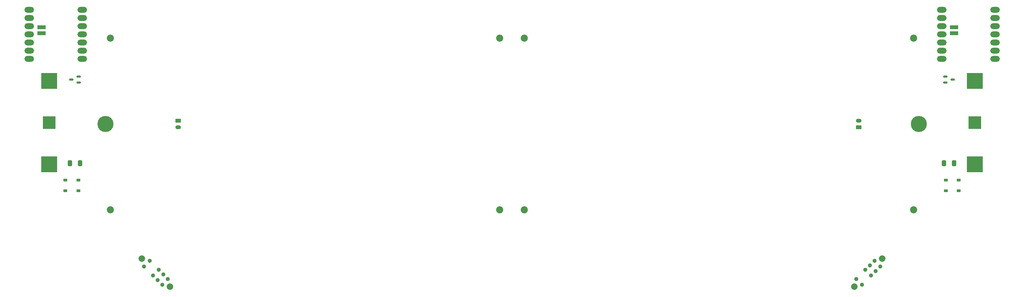
<source format=gbr>
%TF.GenerationSoftware,KiCad,Pcbnew,7.0.9*%
%TF.CreationDate,2024-05-10T01:24:36+09:00*%
%TF.ProjectId,L4,4c342e6b-6963-4616-945f-706362585858,rev?*%
%TF.SameCoordinates,Original*%
%TF.FileFunction,Soldermask,Top*%
%TF.FilePolarity,Negative*%
%FSLAX46Y46*%
G04 Gerber Fmt 4.6, Leading zero omitted, Abs format (unit mm)*
G04 Created by KiCad (PCBNEW 7.0.9) date 2024-05-10 01:24:36*
%MOMM*%
%LPD*%
G01*
G04 APERTURE LIST*
G04 Aperture macros list*
%AMRoundRect*
0 Rectangle with rounded corners*
0 $1 Rounding radius*
0 $2 $3 $4 $5 $6 $7 $8 $9 X,Y pos of 4 corners*
0 Add a 4 corners polygon primitive as box body*
4,1,4,$2,$3,$4,$5,$6,$7,$8,$9,$2,$3,0*
0 Add four circle primitives for the rounded corners*
1,1,$1+$1,$2,$3*
1,1,$1+$1,$4,$5*
1,1,$1+$1,$6,$7*
1,1,$1+$1,$8,$9*
0 Add four rect primitives between the rounded corners*
20,1,$1+$1,$2,$3,$4,$5,0*
20,1,$1+$1,$4,$5,$6,$7,0*
20,1,$1+$1,$6,$7,$8,$9,0*
20,1,$1+$1,$8,$9,$2,$3,0*%
G04 Aperture macros list end*
%ADD10RoundRect,0.225000X-0.375000X0.225000X-0.375000X-0.225000X0.375000X-0.225000X0.375000X0.225000X0*%
%ADD11C,5.000000*%
%ADD12C,2.200000*%
%ADD13C,2.000000*%
%ADD14C,1.300000*%
%ADD15RoundRect,0.150000X0.512500X0.150000X-0.512500X0.150000X-0.512500X-0.150000X0.512500X-0.150000X0*%
%ADD16RoundRect,0.250000X-0.412500X-0.650000X0.412500X-0.650000X0.412500X0.650000X-0.412500X0.650000X0*%
%ADD17RoundRect,0.250000X0.412500X0.650000X-0.412500X0.650000X-0.412500X-0.650000X0.412500X-0.650000X0*%
%ADD18RoundRect,0.150000X-0.512500X-0.150000X0.512500X-0.150000X0.512500X0.150000X-0.512500X0.150000X0*%
%ADD19R,5.000000X5.000000*%
%ADD20R,4.000000X4.000000*%
%ADD21O,3.000000X1.800000*%
%ADD22R,2.500000X1.250000*%
%ADD23RoundRect,0.250000X-0.625000X0.350000X-0.625000X-0.350000X0.625000X-0.350000X0.625000X0.350000X0*%
%ADD24O,1.750000X1.200000*%
%ADD25RoundRect,0.250000X0.625000X-0.350000X0.625000X0.350000X-0.625000X0.350000X-0.625000X-0.350000X0*%
G04 APERTURE END LIST*
D10*
%TO.C,D27*%
X349675000Y-150825000D03*
X349675000Y-154125000D03*
%TD*%
%TO.C,D55*%
X80855000Y-150825000D03*
X80855000Y-154125000D03*
%TD*%
%TO.C,D28*%
X353675000Y-150825000D03*
X353675000Y-154125000D03*
%TD*%
D11*
%TO.C,REF\u002A\u002A*%
X89217500Y-133350000D03*
%TD*%
D12*
%TO.C,REF\u002A\u002A*%
X219075000Y-160020000D03*
%TD*%
%TO.C,REF\u002A\u002A*%
X211455000Y-106680000D03*
%TD*%
D13*
%TO.C,SW27*%
X321290176Y-183937590D03*
X329987590Y-175240176D03*
D14*
X327583427Y-175876572D03*
X326169213Y-177290786D03*
X324755000Y-178705000D03*
X321926572Y-181533427D03*
X329351194Y-177644339D03*
X327936980Y-179058553D03*
X326522766Y-180472766D03*
X323694339Y-183301194D03*
%TD*%
D15*
%TO.C,Q2*%
X80992500Y-120525000D03*
X80992500Y-118625000D03*
X78717500Y-119575000D03*
%TD*%
D16*
%TO.C,C1*%
X349112500Y-145575000D03*
X352237500Y-145575000D03*
%TD*%
D17*
%TO.C,C2*%
X81417500Y-145575000D03*
X78292500Y-145575000D03*
%TD*%
D12*
%TO.C,REF\u002A\u002A*%
X219075000Y-106680000D03*
%TD*%
D10*
%TO.C,D56*%
X76855000Y-150825000D03*
X76855000Y-154125000D03*
%TD*%
D18*
%TO.C,Q1*%
X349537500Y-118625000D03*
X349537500Y-120525000D03*
X351812500Y-119575000D03*
%TD*%
D13*
%TO.C,SW54*%
X100542410Y-175240176D03*
X109239824Y-183937590D03*
D14*
X108603428Y-181533427D03*
X107189214Y-180119213D03*
X105775000Y-178705000D03*
X102946573Y-175876572D03*
X106835661Y-183301194D03*
X105421447Y-181886980D03*
X104007234Y-180472766D03*
X101178806Y-177644339D03*
%TD*%
D12*
%TO.C,REF\u002A\u002A*%
X339725000Y-160020000D03*
%TD*%
D19*
%TO.C,BT2*%
X358675000Y-120025000D03*
X358675000Y-145925000D03*
D20*
X358675000Y-132975000D03*
%TD*%
D12*
%TO.C,REF\u002A\u002A*%
X90805000Y-106680000D03*
%TD*%
%TO.C,REF\u002A\u002A*%
X90805000Y-160020000D03*
%TD*%
%TO.C,REF\u002A\u002A*%
X211455000Y-160020000D03*
%TD*%
D19*
%TO.C,BT4*%
X71855000Y-120025000D03*
X71855000Y-145925000D03*
D20*
X71855000Y-132975000D03*
%TD*%
D12*
%TO.C,REF\u002A\u002A*%
X339725000Y-106680000D03*
%TD*%
D11*
%TO.C,REF\u002A\u002A*%
X341312500Y-133350000D03*
%TD*%
D21*
%TO.C,U2*%
X65635000Y-97912000D03*
X65635000Y-100452000D03*
X65635000Y-102992000D03*
X65635000Y-105532000D03*
X65635000Y-108072000D03*
X65635000Y-110612000D03*
X65635000Y-113152000D03*
X82075000Y-113152000D03*
X82075000Y-110612000D03*
X82075000Y-108072000D03*
X82075000Y-105532000D03*
X82075000Y-102992000D03*
X82075000Y-100452000D03*
X82075000Y-97912000D03*
D22*
X69410000Y-103310000D03*
X69410000Y-105215000D03*
%TD*%
D21*
%TO.C,U1*%
X348455000Y-97912000D03*
X348455000Y-100452000D03*
X348455000Y-102992000D03*
X348455000Y-105532000D03*
X348455000Y-108072000D03*
X348455000Y-110612000D03*
X348455000Y-113152000D03*
X364895000Y-113152000D03*
X364895000Y-110612000D03*
X364895000Y-108072000D03*
X364895000Y-105532000D03*
X364895000Y-102992000D03*
X364895000Y-100452000D03*
X364895000Y-97912000D03*
D22*
X352230000Y-103310000D03*
X352230000Y-105215000D03*
%TD*%
D23*
%TO.C,J2*%
X111755000Y-132375000D03*
D24*
X111755000Y-134375000D03*
%TD*%
D25*
%TO.C,J1*%
X322675000Y-134375000D03*
D24*
X322675000Y-132375000D03*
%TD*%
M02*

</source>
